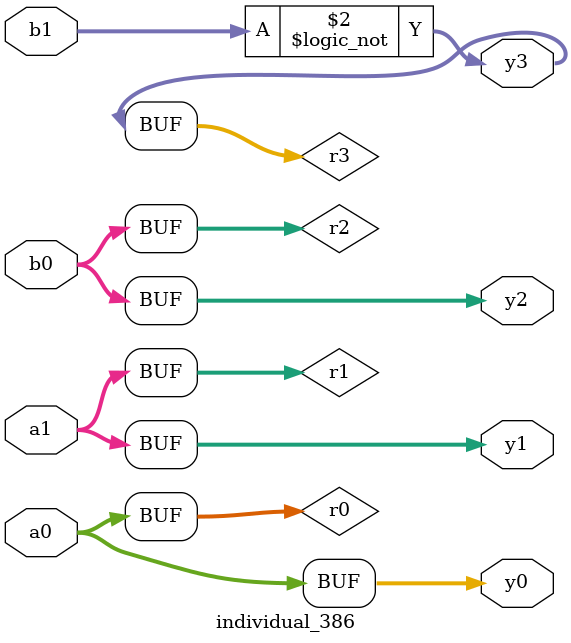
<source format=sv>
module individual_386(input logic [15:0] a1, input logic [15:0] a0, input logic [15:0] b1, input logic [15:0] b0, output logic [15:0] y3, output logic [15:0] y2, output logic [15:0] y1, output logic [15:0] y0);
logic [15:0] r0, r1, r2, r3; 
 always@(*) begin 
	 r0 = a0; r1 = a1; r2 = b0; r3 = b1; 
 	 r3 = ! b1 ;
 	 y3 = r3; y2 = r2; y1 = r1; y0 = r0; 
end
endmodule
</source>
